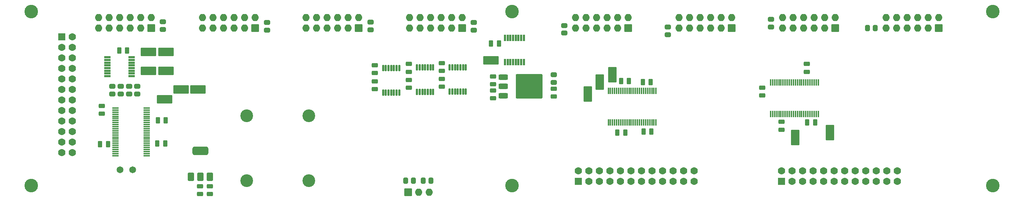
<source format=gts>
G04 #@! TF.GenerationSoftware,KiCad,Pcbnew,9.0.1*
G04 #@! TF.CreationDate,2025-04-14T23:46:01-07:00*
G04 #@! TF.ProjectId,Input_PCB_V4,496e7075-745f-4504-9342-5f56342e6b69,rev?*
G04 #@! TF.SameCoordinates,Original*
G04 #@! TF.FileFunction,Soldermask,Top*
G04 #@! TF.FilePolarity,Negative*
%FSLAX46Y46*%
G04 Gerber Fmt 4.6, Leading zero omitted, Abs format (unit mm)*
G04 Created by KiCad (PCBNEW 9.0.1) date 2025-04-14 23:46:01*
%MOMM*%
%LPD*%
G01*
G04 APERTURE LIST*
G04 Aperture macros list*
%AMRoundRect*
0 Rectangle with rounded corners*
0 $1 Rounding radius*
0 $2 $3 $4 $5 $6 $7 $8 $9 X,Y pos of 4 corners*
0 Add a 4 corners polygon primitive as box body*
4,1,4,$2,$3,$4,$5,$6,$7,$8,$9,$2,$3,0*
0 Add four circle primitives for the rounded corners*
1,1,$1+$1,$2,$3*
1,1,$1+$1,$4,$5*
1,1,$1+$1,$6,$7*
1,1,$1+$1,$8,$9*
0 Add four rect primitives between the rounded corners*
20,1,$1+$1,$2,$3,$4,$5,0*
20,1,$1+$1,$4,$5,$6,$7,0*
20,1,$1+$1,$6,$7,$8,$9,0*
20,1,$1+$1,$8,$9,$2,$3,0*%
G04 Aperture macros list end*
%ADD10RoundRect,0.269000X-0.494000X0.269000X-0.494000X-0.269000X0.494000X-0.269000X0.494000X0.269000X0*%
%ADD11RoundRect,0.102000X1.725000X0.925000X-1.725000X0.925000X-1.725000X-0.925000X1.725000X-0.925000X0*%
%ADD12RoundRect,0.268536X-0.469464X0.281964X-0.469464X-0.281964X0.469464X-0.281964X0.469464X0.281964X0*%
%ADD13RoundRect,0.038000X-0.850000X0.850000X-0.850000X-0.850000X0.850000X-0.850000X0.850000X0.850000X0*%
%ADD14O,1.776000X1.776000*%
%ADD15RoundRect,0.261177X0.626823X-0.626823X0.626823X0.626823X-0.626823X0.626823X-0.626823X-0.626823X0*%
%ADD16C,1.776000*%
%ADD17RoundRect,0.268536X0.281964X0.469464X-0.281964X0.469464X-0.281964X-0.469464X0.281964X-0.469464X0*%
%ADD18RoundRect,0.038000X0.177400X-0.730999X0.177400X0.730999X-0.177400X0.730999X-0.177400X-0.730999X0*%
%ADD19C,3.276000*%
%ADD20C,3.076000*%
%ADD21RoundRect,0.269000X0.494000X-0.269000X0.494000X0.269000X-0.494000X0.269000X-0.494000X-0.269000X0*%
%ADD22RoundRect,0.102000X-1.725000X-0.925000X1.725000X-0.925000X1.725000X0.925000X-1.725000X0.925000X0*%
%ADD23RoundRect,0.269000X0.269000X0.494000X-0.269000X0.494000X-0.269000X-0.494000X0.269000X-0.494000X0*%
%ADD24RoundRect,0.102000X0.925000X-1.725000X0.925000X1.725000X-0.925000X1.725000X-0.925000X-1.725000X0*%
%ADD25RoundRect,0.394000X0.394000X-0.644000X0.394000X0.644000X-0.394000X0.644000X-0.394000X-0.644000X0*%
%ADD26RoundRect,0.519000X1.419000X-0.519000X1.419000X0.519000X-1.419000X0.519000X-1.419000X-0.519000X0*%
%ADD27RoundRect,0.102000X-0.925000X1.725000X-0.925000X-1.725000X0.925000X-1.725000X0.925000X1.725000X0*%
%ADD28RoundRect,0.038000X0.177800X-0.704850X0.177800X0.704850X-0.177800X0.704850X-0.177800X-0.704850X0*%
%ADD29RoundRect,0.269000X-0.269000X-0.494000X0.269000X-0.494000X0.269000X0.494000X-0.269000X0.494000X0*%
%ADD30RoundRect,0.038000X-0.730999X-0.177400X0.730999X-0.177400X0.730999X0.177400X-0.730999X0.177400X0*%
%ADD31C,1.650800*%
%ADD32RoundRect,0.038000X-0.139700X0.702049X-0.139700X-0.702049X0.139700X-0.702049X0.139700X0.702049X0*%
%ADD33RoundRect,0.262750X0.475250X-0.262750X0.475250X0.262750X-0.475250X0.262750X-0.475250X-0.262750X0*%
%ADD34RoundRect,0.268536X-0.281964X-0.469464X0.281964X-0.469464X0.281964X0.469464X-0.281964X0.469464X0*%
%ADD35RoundRect,0.038000X0.850000X-0.850000X0.850000X0.850000X-0.850000X0.850000X-0.850000X-0.850000X0*%
%ADD36RoundRect,0.038000X0.702049X0.139700X-0.702049X0.139700X-0.702049X-0.139700X0.702049X-0.139700X0*%
%ADD37RoundRect,0.038000X0.139700X-0.702049X0.139700X0.702049X-0.139700X0.702049X-0.139700X-0.702049X0*%
%ADD38RoundRect,0.268536X0.469464X-0.281964X0.469464X0.281964X-0.469464X0.281964X-0.469464X-0.281964X0*%
%ADD39RoundRect,0.261177X-0.626823X-0.626823X0.626823X-0.626823X0.626823X0.626823X-0.626823X0.626823X0*%
%ADD40RoundRect,0.265833X-0.872167X-0.372167X0.872167X-0.372167X0.872167X0.372167X-0.872167X0.372167X0*%
%ADD41RoundRect,0.253273X-2.984727X-2.684727X2.984727X-2.684727X2.984727X2.684727X-2.984727X2.684727X0*%
G04 APERTURE END LIST*
D10*
X123099916Y-96450000D03*
X123099916Y-98350000D03*
D11*
X52300000Y-93800000D03*
D12*
X130800000Y-86675000D03*
X130800000Y-88500000D03*
D13*
X193000000Y-88000000D03*
D14*
X193000000Y-85460000D03*
X190460000Y-88000000D03*
X190460000Y-85460000D03*
X187920000Y-88000000D03*
X187920000Y-85460000D03*
X185380000Y-88000000D03*
X185380000Y-85460000D03*
X182840000Y-88000000D03*
X182840000Y-85460000D03*
X180300000Y-88000000D03*
X180300000Y-85460000D03*
D15*
X156000000Y-125000000D03*
D16*
X156000000Y-122460000D03*
X158540000Y-125000000D03*
X158540000Y-122460000D03*
X161080000Y-125000000D03*
X161080000Y-122460000D03*
X163620000Y-125000000D03*
X163620000Y-122460000D03*
X166160000Y-125000000D03*
X166160000Y-122460000D03*
X168700000Y-125000000D03*
X168700000Y-122460000D03*
X171240000Y-125000000D03*
X171240000Y-122460000D03*
X173780000Y-125000000D03*
X173780000Y-122460000D03*
X176320000Y-125000000D03*
X176320000Y-122460000D03*
X178860000Y-125000000D03*
X178860000Y-122460000D03*
X181400000Y-125000000D03*
X181400000Y-122460000D03*
X183940000Y-125000000D03*
X183940000Y-122460000D03*
D17*
X227612500Y-88000000D03*
X225787500Y-88000000D03*
D18*
X138300000Y-96242000D03*
X138949998Y-96242000D03*
X139600000Y-96242000D03*
X140249998Y-96242000D03*
X140899997Y-96242000D03*
X141549998Y-96242000D03*
X142199997Y-96242000D03*
X142849998Y-96242000D03*
X142849998Y-90400000D03*
X142200000Y-90400000D03*
X141549998Y-90400000D03*
X140900000Y-90400000D03*
X140250001Y-90400000D03*
X139600000Y-90400000D03*
X138950001Y-90400000D03*
X138300000Y-90400000D03*
D19*
X24000000Y-126000000D03*
D11*
X56500000Y-98300000D03*
D12*
X202500000Y-85887500D03*
X202500000Y-87712500D03*
D20*
X91000000Y-109150000D03*
X91000000Y-124850000D03*
D21*
X115099916Y-102400000D03*
X115099916Y-100500000D03*
D13*
X103000000Y-88000000D03*
D14*
X103000000Y-85460000D03*
X100460000Y-88000000D03*
X100460000Y-85460000D03*
X97920000Y-88000000D03*
X97920000Y-85460000D03*
X95380000Y-88000000D03*
X95380000Y-85460000D03*
X92840000Y-88000000D03*
X92840000Y-85460000D03*
X90300000Y-88000000D03*
X90300000Y-85460000D03*
D21*
X211100000Y-98550000D03*
X211100000Y-96650000D03*
D12*
X105900000Y-86587500D03*
X105900000Y-88412500D03*
D10*
X115099916Y-96650000D03*
X115099916Y-98550000D03*
D22*
X134900000Y-95800000D03*
D23*
X136850000Y-91700000D03*
X134950000Y-91700000D03*
D24*
X216700000Y-113200000D03*
D25*
X62500000Y-123900000D03*
X64800000Y-123900000D03*
D26*
X64800000Y-117600000D03*
D25*
X67100000Y-123900000D03*
D19*
X256000000Y-84000000D03*
D22*
X52300000Y-98300000D03*
D27*
X158300000Y-103900000D03*
D11*
X56200000Y-105200000D03*
D28*
X117100000Y-103405500D03*
X117749986Y-103405500D03*
X118399972Y-103405500D03*
X119049958Y-103405500D03*
X119699944Y-103405500D03*
X120349930Y-103405500D03*
X120999916Y-103405500D03*
X120999916Y-97500000D03*
X120349930Y-97500000D03*
X119699944Y-97500000D03*
X119049958Y-97500000D03*
X118399972Y-97500000D03*
X117749986Y-97500000D03*
X117100000Y-97500000D03*
D13*
X78000000Y-88000000D03*
D14*
X78000000Y-85460000D03*
X75460000Y-88000000D03*
X75460000Y-85460000D03*
X72920000Y-88000000D03*
X72920000Y-85460000D03*
X70380000Y-88000000D03*
X70380000Y-85460000D03*
X67840000Y-88000000D03*
X67840000Y-85460000D03*
X65300000Y-88000000D03*
X65300000Y-85460000D03*
D10*
X64700000Y-126150000D03*
X64700000Y-128050000D03*
D23*
X42550000Y-116015868D03*
X40650000Y-116015868D03*
D21*
X135400000Y-101550000D03*
X135400000Y-99650000D03*
D29*
X171750000Y-113000000D03*
X173650000Y-113000000D03*
D19*
X256000000Y-126000000D03*
X140000000Y-126000000D03*
D30*
X42400000Y-95050002D03*
X42400000Y-95700000D03*
X42400000Y-96350002D03*
X42400000Y-97000000D03*
X42400000Y-97649999D03*
X42400000Y-98300000D03*
X42400000Y-98949999D03*
X42400000Y-99600000D03*
X48242000Y-99600000D03*
X48242000Y-98950002D03*
X48242000Y-98300000D03*
X48242000Y-97650002D03*
X48242000Y-97000003D03*
X48242000Y-96350002D03*
X48242000Y-95700003D03*
X48242000Y-95050002D03*
D21*
X123099916Y-102150000D03*
X123099916Y-100250000D03*
D31*
X48466600Y-122241901D03*
X45466601Y-122241901D03*
D19*
X24000000Y-84000000D03*
D12*
X47600000Y-102087500D03*
X47600000Y-103912500D03*
D29*
X171550000Y-101000000D03*
X173450000Y-101000000D03*
X165450000Y-113200000D03*
X167350000Y-113200000D03*
D32*
X174749999Y-103199149D03*
X174250000Y-103199149D03*
X173750001Y-103199149D03*
X173249999Y-103199149D03*
X172750000Y-103199149D03*
X172250001Y-103199149D03*
X171750000Y-103199149D03*
X171250001Y-103199149D03*
X170749999Y-103199149D03*
X170250000Y-103199149D03*
X169750001Y-103199149D03*
X169250000Y-103199149D03*
X168750000Y-103199149D03*
X168249999Y-103199149D03*
X167750000Y-103199149D03*
X167250001Y-103199149D03*
X166749999Y-103199149D03*
X166250000Y-103199149D03*
X165749999Y-103199149D03*
X165250000Y-103199149D03*
X164750001Y-103199149D03*
X164249999Y-103199149D03*
X163750000Y-103199149D03*
X163249999Y-103199149D03*
X163250001Y-110800851D03*
X163750000Y-110800851D03*
X164249999Y-110800851D03*
X164750001Y-110800851D03*
X165250000Y-110800851D03*
X165750001Y-110800851D03*
X166250000Y-110800851D03*
X166749999Y-110800851D03*
X167250001Y-110800851D03*
X167750000Y-110800851D03*
X168250002Y-110800851D03*
X168750000Y-110800851D03*
X169250000Y-110800851D03*
X169750001Y-110800851D03*
X170250000Y-110800851D03*
X170749999Y-110800851D03*
X171250001Y-110800851D03*
X171750000Y-110800851D03*
X172250001Y-110800851D03*
X172750000Y-110800851D03*
X173249999Y-110800851D03*
X173750001Y-110800851D03*
X174250000Y-110800851D03*
X174750001Y-110800851D03*
D33*
X150100000Y-104537500D03*
X150100000Y-102662500D03*
D34*
X118587500Y-124800000D03*
X120412500Y-124800000D03*
D13*
X128000000Y-88000000D03*
D14*
X128000000Y-85460000D03*
X125460000Y-88000000D03*
X125460000Y-85460000D03*
X122920000Y-88000000D03*
X122920000Y-85460000D03*
X120380000Y-88000000D03*
X120380000Y-85460000D03*
X117840000Y-88000000D03*
X117840000Y-85460000D03*
X115300000Y-88000000D03*
X115300000Y-85460000D03*
D29*
X166300000Y-100800000D03*
X168200000Y-100800000D03*
D12*
X55800000Y-86487500D03*
X55800000Y-88312500D03*
D11*
X56500000Y-93800000D03*
D35*
X114920000Y-127600000D03*
D14*
X117460000Y-127600000D03*
X120000000Y-127600000D03*
D10*
X200400000Y-102400000D03*
X200400000Y-104300000D03*
D11*
X64200000Y-102800000D03*
D36*
X51900000Y-118799999D03*
X51900000Y-118300000D03*
X51900000Y-117800001D03*
X51900000Y-117299999D03*
X51900000Y-116800000D03*
X51900000Y-116300001D03*
X51900000Y-115800000D03*
X51900000Y-115300001D03*
X51900000Y-114799999D03*
X51900000Y-114300000D03*
X51900000Y-113800001D03*
X51900000Y-113300000D03*
X51900000Y-112800000D03*
X51900000Y-112299999D03*
X51900000Y-111800000D03*
X51900000Y-111300001D03*
X51900000Y-110799999D03*
X51900000Y-110300000D03*
X51900000Y-109799999D03*
X51900000Y-109300000D03*
X51900000Y-108800001D03*
X51900000Y-108299999D03*
X51900000Y-107800000D03*
X51900000Y-107299999D03*
X44298298Y-107300001D03*
X44298298Y-107800000D03*
X44298298Y-108299999D03*
X44298298Y-108800001D03*
X44298298Y-109300000D03*
X44298298Y-109800001D03*
X44298298Y-110300000D03*
X44298298Y-110799999D03*
X44298298Y-111300001D03*
X44298298Y-111800000D03*
X44298298Y-112300002D03*
X44298298Y-112800000D03*
X44298298Y-113300000D03*
X44298298Y-113800001D03*
X44298298Y-114300000D03*
X44298298Y-114799999D03*
X44298298Y-115300001D03*
X44298298Y-115800000D03*
X44298298Y-116300001D03*
X44298298Y-116800000D03*
X44298298Y-117299999D03*
X44298298Y-117800001D03*
X44298298Y-118300000D03*
X44298298Y-118800001D03*
D13*
X218000000Y-88000000D03*
D14*
X218000000Y-85460000D03*
X215460000Y-88000000D03*
X215460000Y-85460000D03*
X212920000Y-88000000D03*
X212920000Y-85460000D03*
X210380000Y-88000000D03*
X210380000Y-85460000D03*
X207840000Y-88000000D03*
X207840000Y-85460000D03*
X205300000Y-88000000D03*
X205300000Y-85460000D03*
D13*
X53000000Y-88000000D03*
D14*
X53000000Y-85460000D03*
X50460000Y-88000000D03*
X50460000Y-85460000D03*
X47920000Y-88000000D03*
X47920000Y-85460000D03*
X45380000Y-88000000D03*
X45380000Y-85460000D03*
X42840000Y-88000000D03*
X42840000Y-85460000D03*
X40300000Y-88000000D03*
X40300000Y-85460000D03*
D24*
X208300000Y-114400000D03*
D12*
X177600000Y-87787500D03*
X177600000Y-89612500D03*
D28*
X124949958Y-103352750D03*
X125599944Y-103352750D03*
X126249930Y-103352750D03*
X126899916Y-103352750D03*
X127549902Y-103352750D03*
X128199888Y-103352750D03*
X128849874Y-103352750D03*
X128849874Y-97447250D03*
X128199888Y-97447250D03*
X127549902Y-97447250D03*
X126899916Y-97447250D03*
X126249930Y-97447250D03*
X125599944Y-97447250D03*
X124949958Y-97447250D03*
D10*
X106899916Y-96950000D03*
X106899916Y-98850000D03*
D29*
X54550000Y-110300000D03*
X56450000Y-110300000D03*
X211250000Y-110800000D03*
X213150000Y-110800000D03*
D37*
X202399866Y-108752834D03*
X202899865Y-108752834D03*
X203399864Y-108752834D03*
X203899866Y-108752834D03*
X204399865Y-108752834D03*
X204899864Y-108752834D03*
X205399865Y-108752834D03*
X205899864Y-108752834D03*
X206399866Y-108752834D03*
X206899865Y-108752834D03*
X207399864Y-108752834D03*
X207899865Y-108752834D03*
X208399865Y-108752834D03*
X208899866Y-108752834D03*
X209399865Y-108752834D03*
X209899864Y-108752834D03*
X210399866Y-108752834D03*
X210899865Y-108752834D03*
X211399866Y-108752834D03*
X211899865Y-108752834D03*
X212399864Y-108752834D03*
X212899866Y-108752834D03*
X213399865Y-108752834D03*
X213899866Y-108752834D03*
X213899864Y-101151132D03*
X213399865Y-101151132D03*
X212899866Y-101151132D03*
X212399864Y-101151132D03*
X211899865Y-101151132D03*
X211399864Y-101151132D03*
X210899865Y-101151132D03*
X210399866Y-101151132D03*
X209899864Y-101151132D03*
X209399865Y-101151132D03*
X208899863Y-101151132D03*
X208399865Y-101151132D03*
X207899865Y-101151132D03*
X207399864Y-101151132D03*
X206899865Y-101151132D03*
X206399866Y-101151132D03*
X205899864Y-101151132D03*
X205399865Y-101151132D03*
X204899864Y-101151132D03*
X204399865Y-101151132D03*
X203899866Y-101151132D03*
X203399864Y-101151132D03*
X202899865Y-101151132D03*
X202399864Y-101151132D03*
D10*
X67100000Y-126150000D03*
X67100000Y-128050000D03*
D27*
X161200000Y-101000000D03*
D21*
X41000000Y-108700000D03*
X41000000Y-106800000D03*
D12*
X43600000Y-102087500D03*
X43600000Y-103912500D03*
D28*
X108899972Y-103558250D03*
X109549958Y-103558250D03*
X110199944Y-103558250D03*
X110849930Y-103558250D03*
X111499916Y-103558250D03*
X112149902Y-103558250D03*
X112799888Y-103558250D03*
X112799888Y-97652750D03*
X112149902Y-97652750D03*
X111499916Y-97652750D03*
X110849930Y-97652750D03*
X110199944Y-97652750D03*
X109549958Y-97652750D03*
X108899972Y-97652750D03*
D21*
X106899916Y-102750000D03*
X106899916Y-100850000D03*
D13*
X168000000Y-88000000D03*
D14*
X168000000Y-85460000D03*
X165460000Y-88000000D03*
X165460000Y-85460000D03*
X162920000Y-88000000D03*
X162920000Y-85460000D03*
X160380000Y-88000000D03*
X160380000Y-85460000D03*
X157840000Y-88000000D03*
X157840000Y-85460000D03*
X155300000Y-88000000D03*
X155300000Y-85460000D03*
D12*
X152600000Y-87387500D03*
X152600000Y-89212500D03*
D20*
X76000000Y-109150000D03*
X76000000Y-124850000D03*
D21*
X135400000Y-104950000D03*
X135400000Y-103050000D03*
D38*
X150100000Y-101112500D03*
X150100000Y-99287500D03*
D24*
X164200000Y-99300000D03*
D23*
X47142000Y-93450002D03*
X45242000Y-93450002D03*
D12*
X45600000Y-102087500D03*
X45600000Y-103912500D03*
D19*
X140000000Y-84000000D03*
D13*
X243000000Y-88000000D03*
D14*
X243000000Y-85460000D03*
X240460000Y-88000000D03*
X240460000Y-85460000D03*
X237920000Y-88000000D03*
X237920000Y-85460000D03*
X235380000Y-88000000D03*
X235380000Y-85460000D03*
X232840000Y-88000000D03*
X232840000Y-85460000D03*
X230300000Y-88000000D03*
X230300000Y-85460000D03*
D17*
X116212500Y-124800000D03*
X114387500Y-124800000D03*
D12*
X80900000Y-86687500D03*
X80900000Y-88512500D03*
D39*
X31400000Y-90160000D03*
D16*
X33940000Y-90160000D03*
X31400000Y-92700000D03*
X33940000Y-92700000D03*
X31400000Y-95240000D03*
X33940000Y-95240000D03*
X31400000Y-97780000D03*
X33940000Y-97780000D03*
X31400000Y-100320000D03*
X33940000Y-100320000D03*
X31400000Y-102860000D03*
X33940000Y-102860000D03*
X31400000Y-105400000D03*
X33940000Y-105400000D03*
X31400000Y-107940000D03*
X33940000Y-107940000D03*
X31400000Y-110480000D03*
X33940000Y-110480000D03*
X31400000Y-113020000D03*
X33940000Y-113020000D03*
X31400000Y-115560000D03*
X33940000Y-115560000D03*
X31400000Y-118100000D03*
X33940000Y-118100000D03*
D29*
X54450000Y-115900000D03*
X56350000Y-115900000D03*
D40*
X137860000Y-99820000D03*
X137860000Y-102100000D03*
D41*
X144160000Y-102100000D03*
D40*
X137860000Y-104380000D03*
D15*
X205000000Y-125000000D03*
D16*
X205000000Y-122460000D03*
X207540000Y-125000000D03*
X207540000Y-122460000D03*
X210080000Y-125000000D03*
X210080000Y-122460000D03*
X212620000Y-125000000D03*
X212620000Y-122460000D03*
X215160000Y-125000000D03*
X215160000Y-122460000D03*
X217700000Y-125000000D03*
X217700000Y-122460000D03*
X220240000Y-125000000D03*
X220240000Y-122460000D03*
X222780000Y-125000000D03*
X222780000Y-122460000D03*
X225320000Y-125000000D03*
X225320000Y-122460000D03*
X227860000Y-125000000D03*
X227860000Y-122460000D03*
X230400000Y-125000000D03*
X230400000Y-122460000D03*
X232940000Y-125000000D03*
X232940000Y-122460000D03*
D12*
X49600000Y-102087500D03*
X49600000Y-103912500D03*
D11*
X60200000Y-102800000D03*
D10*
X205000000Y-110650000D03*
X205000000Y-112550000D03*
M02*

</source>
